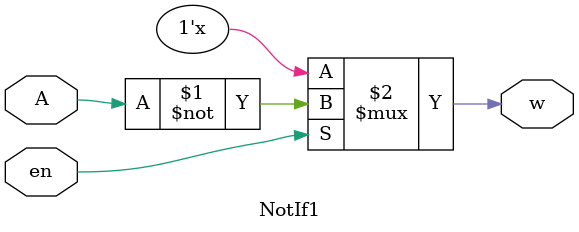
<source format=v>
`timescale 1ns/1ns
module NotIf1(input A, input en, output w);
	notif1 #(17,19,19) inv(w,A,en);
endmodule

</source>
